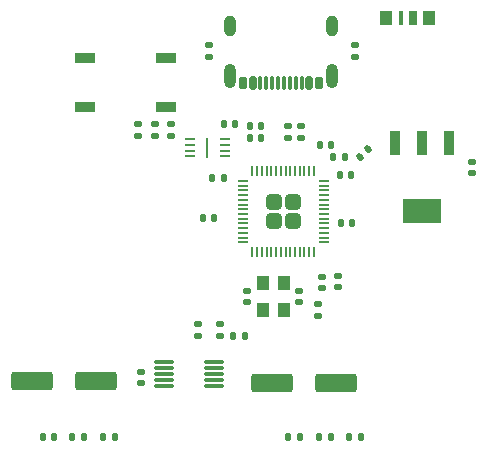
<source format=gbr>
%TF.GenerationSoftware,KiCad,Pcbnew,9.0.4*%
%TF.CreationDate,2025-09-25T10:41:26-04:00*%
%TF.ProjectId,fanboy,66616e62-6f79-42e6-9b69-6361645f7063,rev?*%
%TF.SameCoordinates,Original*%
%TF.FileFunction,Paste,Top*%
%TF.FilePolarity,Positive*%
%FSLAX46Y46*%
G04 Gerber Fmt 4.6, Leading zero omitted, Abs format (unit mm)*
G04 Created by KiCad (PCBNEW 9.0.4) date 2025-09-25 10:41:26*
%MOMM*%
%LPD*%
G01*
G04 APERTURE LIST*
G04 Aperture macros list*
%AMRoundRect*
0 Rectangle with rounded corners*
0 $1 Rounding radius*
0 $2 $3 $4 $5 $6 $7 $8 $9 X,Y pos of 4 corners*
0 Add a 4 corners polygon primitive as box body*
4,1,4,$2,$3,$4,$5,$6,$7,$8,$9,$2,$3,0*
0 Add four circle primitives for the rounded corners*
1,1,$1+$1,$2,$3*
1,1,$1+$1,$4,$5*
1,1,$1+$1,$6,$7*
1,1,$1+$1,$8,$9*
0 Add four rect primitives between the rounded corners*
20,1,$1+$1,$2,$3,$4,$5,0*
20,1,$1+$1,$4,$5,$6,$7,0*
20,1,$1+$1,$6,$7,$8,$9,0*
20,1,$1+$1,$8,$9,$2,$3,0*%
G04 Aperture macros list end*
%ADD10RoundRect,0.140000X-0.021213X0.219203X-0.219203X0.021213X0.021213X-0.219203X0.219203X-0.021213X0*%
%ADD11RoundRect,0.140000X-0.170000X0.140000X-0.170000X-0.140000X0.170000X-0.140000X0.170000X0.140000X0*%
%ADD12RoundRect,0.140000X0.170000X-0.140000X0.170000X0.140000X-0.170000X0.140000X-0.170000X-0.140000X0*%
%ADD13R,1.100000X1.300000*%
%ADD14RoundRect,0.135000X-0.135000X-0.185000X0.135000X-0.185000X0.135000X0.185000X-0.135000X0.185000X0*%
%ADD15RoundRect,0.087500X-0.725000X-0.087500X0.725000X-0.087500X0.725000X0.087500X-0.725000X0.087500X0*%
%ADD16RoundRect,0.140000X-0.140000X-0.170000X0.140000X-0.170000X0.140000X0.170000X-0.140000X0.170000X0*%
%ADD17RoundRect,0.250000X-1.500000X-0.550000X1.500000X-0.550000X1.500000X0.550000X-1.500000X0.550000X0*%
%ADD18RoundRect,0.135000X0.185000X-0.135000X0.185000X0.135000X-0.185000X0.135000X-0.185000X-0.135000X0*%
%ADD19R,0.812800X0.254000*%
%ADD20R,0.254000X1.651000*%
%ADD21R,1.800000X0.900000*%
%ADD22RoundRect,0.140000X0.140000X0.170000X-0.140000X0.170000X-0.140000X-0.170000X0.140000X-0.170000X0*%
%ADD23RoundRect,0.135000X-0.185000X0.135000X-0.185000X-0.135000X0.185000X-0.135000X0.185000X0.135000X0*%
%ADD24RoundRect,0.150000X0.150000X0.400000X-0.150000X0.400000X-0.150000X-0.400000X0.150000X-0.400000X0*%
%ADD25RoundRect,0.150000X0.150000X0.425000X-0.150000X0.425000X-0.150000X-0.425000X0.150000X-0.425000X0*%
%ADD26RoundRect,0.075000X0.075000X0.500000X-0.075000X0.500000X-0.075000X-0.500000X0.075000X-0.500000X0*%
%ADD27O,1.000000X2.100000*%
%ADD28O,1.000000X1.800000*%
%ADD29R,1.000000X1.200000*%
%ADD30R,0.700000X1.200000*%
%ADD31R,0.450000X1.200000*%
%ADD32R,0.950000X2.150000*%
%ADD33R,3.250000X2.150000*%
%ADD34RoundRect,0.249999X-0.395001X-0.395001X0.395001X-0.395001X0.395001X0.395001X-0.395001X0.395001X0*%
%ADD35RoundRect,0.050000X-0.387500X-0.050000X0.387500X-0.050000X0.387500X0.050000X-0.387500X0.050000X0*%
%ADD36RoundRect,0.050000X-0.050000X-0.387500X0.050000X-0.387500X0.050000X0.387500X-0.050000X0.387500X0*%
G04 APERTURE END LIST*
D10*
%TO.C,C90*%
X184070589Y-75079411D03*
X184749411Y-74400589D03*
%TD*%
D11*
%TO.C,C96*%
X178950000Y-87380000D03*
X178950000Y-86420000D03*
%TD*%
D12*
%TO.C,C97*%
X174490000Y-86420000D03*
X174490000Y-87380000D03*
%TD*%
D13*
%TO.C,Y1*%
X175841524Y-88035036D03*
X175841524Y-85735036D03*
X177641524Y-85735036D03*
X177641524Y-88035036D03*
%TD*%
D14*
%TO.C,R1*%
X173330000Y-90210000D03*
X174350000Y-90210000D03*
%TD*%
D15*
%TO.C,U5*%
X167515000Y-92440000D03*
X167515000Y-92940000D03*
X167515000Y-93440000D03*
X167515000Y-93940000D03*
X167515000Y-94440000D03*
X171740000Y-94440000D03*
X171740000Y-93940000D03*
X171740000Y-93440000D03*
X171740000Y-92940000D03*
X171740000Y-92440000D03*
%TD*%
D14*
%TO.C,R13*%
X181640000Y-98820000D03*
X180620000Y-98820000D03*
%TD*%
%TO.C,R10*%
X160750000Y-98760000D03*
X159730000Y-98760000D03*
%TD*%
%TO.C,R9*%
X163370000Y-98760000D03*
X162350000Y-98760000D03*
%TD*%
%TO.C,R6*%
X184220000Y-98800000D03*
X183200000Y-98800000D03*
%TD*%
D16*
%TO.C,C21*%
X158210000Y-98770000D03*
X157250000Y-98770000D03*
%TD*%
%TO.C,C20*%
X179000000Y-98820000D03*
X178040000Y-98820000D03*
%TD*%
D17*
%TO.C,C14*%
X161750000Y-94060000D03*
X156350000Y-94060000D03*
%TD*%
D11*
%TO.C,C6*%
X165517500Y-93240000D03*
X165517500Y-94200000D03*
%TD*%
D16*
%TO.C,C109*%
X171593217Y-76817536D03*
X172553217Y-76817536D03*
%TD*%
D18*
%TO.C,R52*%
X171279417Y-66620036D03*
X171279417Y-65600036D03*
%TD*%
D12*
%TO.C,C105*%
X180920717Y-86160036D03*
X180920717Y-85200036D03*
%TD*%
D19*
%TO.C,U8*%
X169735924Y-73530034D03*
X169735924Y-74030035D03*
X169735924Y-74530035D03*
X169735924Y-75030036D03*
X172631524Y-75030036D03*
X172631524Y-74530035D03*
X172631524Y-74030035D03*
X172631524Y-73530034D03*
D20*
X171183724Y-74280035D03*
%TD*%
D18*
%TO.C,R55*%
X166740717Y-73290036D03*
X166740717Y-72270036D03*
%TD*%
D12*
%TO.C,C102*%
X180571524Y-88500036D03*
X180571524Y-87540036D03*
%TD*%
D21*
%TO.C,SW2*%
X160780717Y-70800036D03*
X160780717Y-66690036D03*
%TD*%
D22*
%TO.C,C103*%
X183450717Y-80700036D03*
X182490717Y-80700036D03*
%TD*%
D21*
%TO.C,SW1*%
X167680717Y-70800036D03*
X167680717Y-66690036D03*
%TD*%
D16*
%TO.C,C99*%
X172560717Y-72250036D03*
X173520717Y-72250036D03*
%TD*%
D18*
%TO.C,R51*%
X183659417Y-66610036D03*
X183659417Y-65590036D03*
%TD*%
D23*
%TO.C,R54*%
X179121524Y-72460036D03*
X179121524Y-73480036D03*
%TD*%
%TO.C,R50*%
X168100717Y-72260036D03*
X168100717Y-73280036D03*
%TD*%
D24*
%TO.C,J6*%
X180619417Y-68795036D03*
D25*
X179819417Y-68770036D03*
D26*
X178669417Y-68770036D03*
X177669417Y-68770036D03*
X177169417Y-68770036D03*
X176169417Y-68770036D03*
D24*
X174219417Y-68795036D03*
D25*
X175019417Y-68770036D03*
D26*
X175669417Y-68770036D03*
X176669417Y-68770036D03*
X178169417Y-68770036D03*
X179169417Y-68770036D03*
D27*
X181739417Y-68195036D03*
D28*
X181739417Y-64015036D03*
D27*
X173099417Y-68195036D03*
D28*
X173099417Y-64015036D03*
%TD*%
D18*
%TO.C,R34*%
X165330717Y-73280036D03*
X165330717Y-72260036D03*
%TD*%
D23*
%TO.C,R53*%
X178021524Y-72460036D03*
X178021524Y-73480036D03*
%TD*%
D16*
%TO.C,C110*%
X174791524Y-72470036D03*
X175751524Y-72470036D03*
%TD*%
D12*
%TO.C,C106*%
X182260717Y-86110036D03*
X182260717Y-85150036D03*
%TD*%
D29*
%TO.C,U9*%
X189920000Y-63280000D03*
D30*
X188570000Y-63280000D03*
D31*
X187545000Y-63280000D03*
D29*
X186320000Y-63280000D03*
%TD*%
D12*
%TO.C,C98*%
X193609417Y-76420036D03*
X193609417Y-75460036D03*
%TD*%
D16*
%TO.C,C107*%
X170811524Y-80260036D03*
X171771524Y-80260036D03*
%TD*%
%TO.C,C100*%
X174791524Y-73470036D03*
X175751524Y-73470036D03*
%TD*%
D32*
%TO.C,U10*%
X191669417Y-73880036D03*
X189369417Y-73880036D03*
X187069417Y-73880036D03*
D33*
X189369417Y-79680036D03*
%TD*%
D22*
%TO.C,C104*%
X183370717Y-76570036D03*
X182410717Y-76570036D03*
%TD*%
D34*
%TO.C,U27*%
X176791524Y-78897536D03*
X176791524Y-80497536D03*
X178391524Y-78897536D03*
X178391524Y-80497536D03*
D35*
X174154024Y-77097536D03*
X174154024Y-77497536D03*
X174154024Y-77897536D03*
X174154024Y-78297536D03*
X174154024Y-78697536D03*
X174154024Y-79097536D03*
X174154024Y-79497536D03*
X174154024Y-79897536D03*
X174154024Y-80297536D03*
X174154024Y-80697536D03*
X174154024Y-81097536D03*
X174154024Y-81497536D03*
X174154024Y-81897536D03*
X174154024Y-82297536D03*
D36*
X174991524Y-83135036D03*
X175391524Y-83135036D03*
X175791524Y-83135036D03*
X176191524Y-83135036D03*
X176591524Y-83135036D03*
X176991524Y-83135036D03*
X177391524Y-83135036D03*
X177791524Y-83135036D03*
X178191524Y-83135036D03*
X178591524Y-83135036D03*
X178991524Y-83135036D03*
X179391524Y-83135036D03*
X179791524Y-83135036D03*
X180191524Y-83135036D03*
D35*
X181029024Y-82297536D03*
X181029024Y-81897536D03*
X181029024Y-81497536D03*
X181029024Y-81097536D03*
X181029024Y-80697536D03*
X181029024Y-80297536D03*
X181029024Y-79897536D03*
X181029024Y-79497536D03*
X181029024Y-79097536D03*
X181029024Y-78697536D03*
X181029024Y-78297536D03*
X181029024Y-77897536D03*
X181029024Y-77497536D03*
X181029024Y-77097536D03*
D36*
X180191524Y-76260036D03*
X179791524Y-76260036D03*
X179391524Y-76260036D03*
X178991524Y-76260036D03*
X178591524Y-76260036D03*
X178191524Y-76260036D03*
X177791524Y-76260036D03*
X177391524Y-76260036D03*
X176991524Y-76260036D03*
X176591524Y-76260036D03*
X176191524Y-76260036D03*
X175791524Y-76260036D03*
X175391524Y-76260036D03*
X174991524Y-76260036D03*
%TD*%
D18*
%TO.C,R20*%
X172250000Y-90230000D03*
X172250000Y-89210000D03*
%TD*%
D23*
%TO.C,R19*%
X170390000Y-89200000D03*
X170390000Y-90220000D03*
%TD*%
D22*
%TO.C,C108*%
X182794417Y-75100036D03*
X181834417Y-75100036D03*
%TD*%
%TO.C,C101*%
X181669417Y-74025036D03*
X180709417Y-74025036D03*
%TD*%
D17*
%TO.C,C19*%
X182050000Y-94180000D03*
X176650000Y-94180000D03*
%TD*%
M02*

</source>
